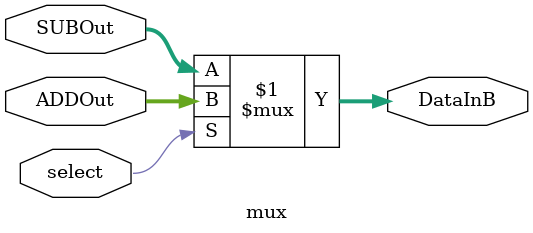
<source format=v>
module mux (DataInB, ADDOut, SUBOut,select);
output [7:0] DataInB; 
input [7:0] ADDOut, SUBOut;
input wire select;
assign DataInB = (select) ? ADDOut : SUBOut;
endmodule
</source>
